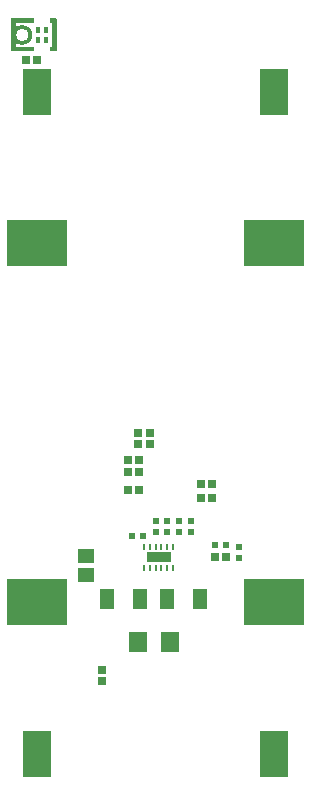
<source format=gbp>
G04*
G04 #@! TF.GenerationSoftware,Altium Limited,Altium Designer,18.1.7 (191)*
G04*
G04 Layer_Color=128*
%FSLAX25Y25*%
%MOIN*%
G70*
G01*
G75*
%ADD19R,0.05709X0.05118*%
%ADD20R,0.02362X0.02165*%
%ADD24R,0.05118X0.07087*%
%ADD31R,0.02165X0.02362*%
%ADD38R,0.02520X0.02520*%
%ADD40R,0.02520X0.02520*%
%ADD103C,0.01181*%
%ADD104R,0.01575X0.02362*%
%ADD105R,0.01181X0.11024*%
%ADD106R,0.20000X0.15590*%
%ADD107R,0.09213X0.15590*%
G04:AMPARAMS|DCode=108|XSize=9.84mil|YSize=19.68mil|CornerRadius=1.48mil|HoleSize=0mil|Usage=FLASHONLY|Rotation=0.000|XOffset=0mil|YOffset=0mil|HoleType=Round|Shape=RoundedRectangle|*
%AMROUNDEDRECTD108*
21,1,0.00984,0.01673,0,0,0.0*
21,1,0.00689,0.01968,0,0,0.0*
1,1,0.00295,0.00345,-0.00837*
1,1,0.00295,-0.00345,-0.00837*
1,1,0.00295,-0.00345,0.00837*
1,1,0.00295,0.00345,0.00837*
%
%ADD108ROUNDEDRECTD108*%
G04:AMPARAMS|DCode=109|XSize=78.74mil|YSize=35.43mil|CornerRadius=1.77mil|HoleSize=0mil|Usage=FLASHONLY|Rotation=0.000|XOffset=0mil|YOffset=0mil|HoleType=Round|Shape=RoundedRectangle|*
%AMROUNDEDRECTD109*
21,1,0.07874,0.03189,0,0,0.0*
21,1,0.07520,0.03543,0,0,0.0*
1,1,0.00354,0.03760,-0.01595*
1,1,0.00354,-0.03760,-0.01595*
1,1,0.00354,-0.03760,0.01595*
1,1,0.00354,0.03760,0.01595*
%
%ADD109ROUNDEDRECTD109*%
%ADD110R,0.05866X0.07165*%
G36*
X45669Y254331D02*
X43701D01*
Y255709D01*
X44291D01*
Y263976D01*
X43701D01*
Y265354D01*
X45669D01*
Y254331D01*
D02*
G37*
G36*
X38189Y263976D02*
X32087D01*
Y262947D01*
X32839Y262876D01*
X33012Y261618D01*
X32087Y259921D01*
Y259764D01*
X33012Y258067D01*
X32839Y256809D01*
X32087Y256738D01*
Y255709D01*
X38189D01*
Y254331D01*
X30709D01*
Y265354D01*
X38189D01*
Y263976D01*
D02*
G37*
D19*
X55512Y86024D02*
D03*
Y79724D02*
D03*
D20*
X106693Y85532D02*
D03*
Y89272D02*
D03*
X86614Y97933D02*
D03*
Y94193D02*
D03*
X90551Y97933D02*
D03*
Y94193D02*
D03*
X78740Y97933D02*
D03*
Y94193D02*
D03*
X82677Y97933D02*
D03*
Y94193D02*
D03*
D24*
X93701Y71752D02*
D03*
X82677D02*
D03*
X62598D02*
D03*
X73622D02*
D03*
D31*
X102264Y89764D02*
D03*
X98524D02*
D03*
X70965Y92767D02*
D03*
X74705D02*
D03*
D38*
X76772Y127205D02*
D03*
Y123583D02*
D03*
X72835Y127205D02*
D03*
Y123583D02*
D03*
X61024Y44646D02*
D03*
Y48268D02*
D03*
D40*
X35591Y251550D02*
D03*
X39213D02*
D03*
X97480Y105512D02*
D03*
X93858D02*
D03*
X93858Y110236D02*
D03*
X97480D02*
D03*
X69646Y118110D02*
D03*
X73268D02*
D03*
X73268Y114173D02*
D03*
X69646D02*
D03*
X69646Y108268D02*
D03*
X73268D02*
D03*
X98583Y85827D02*
D03*
X102205D02*
D03*
D103*
X37008Y259842D02*
G03*
X37008Y259842I-2756J0D01*
G01*
D104*
X42323Y258071D02*
D03*
X39567D02*
D03*
X42323Y261614D02*
D03*
X39567D02*
D03*
D105*
X45079Y259842D02*
D03*
X31299D02*
D03*
D106*
X118110Y190394D02*
D03*
X39370D02*
D03*
X118110Y70866D02*
D03*
X39370D02*
D03*
D107*
X118110Y240984D02*
D03*
X39370D02*
D03*
X118110Y20276D02*
D03*
X39370D02*
D03*
D108*
X84661Y82197D02*
D03*
X82693D02*
D03*
X80724D02*
D03*
X78756D02*
D03*
X76787D02*
D03*
X74819D02*
D03*
X84661Y89205D02*
D03*
X82693D02*
D03*
X80724D02*
D03*
X78756D02*
D03*
X76787D02*
D03*
X74819D02*
D03*
D109*
X79740Y85701D02*
D03*
D110*
X72815Y57579D02*
D03*
X83484D02*
D03*
M02*

</source>
